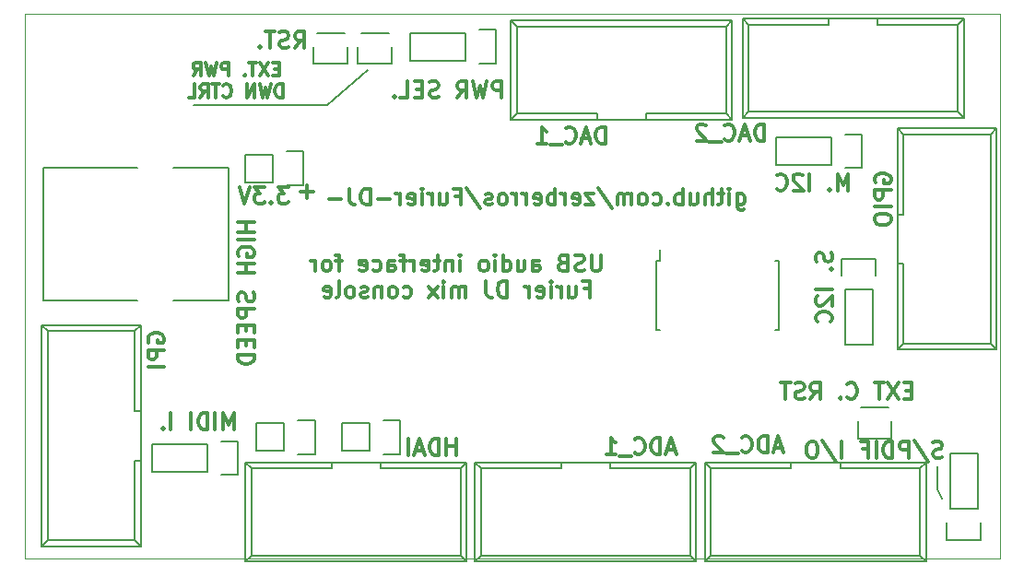
<source format=gbo>
G04 #@! TF.FileFunction,Legend,Bot*
%FSLAX46Y46*%
G04 Gerber Fmt 4.6, Leading zero omitted, Abs format (unit mm)*
G04 Created by KiCad (PCBNEW 4.0.2-stable) date vie 27 may 2016 00:51:31 CEST*
%MOMM*%
G01*
G04 APERTURE LIST*
%ADD10C,0.100000*%
%ADD11C,0.300000*%
%ADD12C,0.200000*%
%ADD13C,0.150000*%
G04 APERTURE END LIST*
D10*
D11*
X161938571Y-93976071D02*
X161938571Y-95190357D01*
X162010000Y-95333214D01*
X162081428Y-95404643D01*
X162224285Y-95476071D01*
X162438571Y-95476071D01*
X162581428Y-95404643D01*
X161938571Y-94904643D02*
X162081428Y-94976071D01*
X162367142Y-94976071D01*
X162510000Y-94904643D01*
X162581428Y-94833214D01*
X162652857Y-94690357D01*
X162652857Y-94261786D01*
X162581428Y-94118929D01*
X162510000Y-94047500D01*
X162367142Y-93976071D01*
X162081428Y-93976071D01*
X161938571Y-94047500D01*
X161224285Y-94976071D02*
X161224285Y-93976071D01*
X161224285Y-93476071D02*
X161295714Y-93547500D01*
X161224285Y-93618929D01*
X161152857Y-93547500D01*
X161224285Y-93476071D01*
X161224285Y-93618929D01*
X160724285Y-93976071D02*
X160152856Y-93976071D01*
X160509999Y-93476071D02*
X160509999Y-94761786D01*
X160438571Y-94904643D01*
X160295713Y-94976071D01*
X160152856Y-94976071D01*
X159652856Y-94976071D02*
X159652856Y-93476071D01*
X159009999Y-94976071D02*
X159009999Y-94190357D01*
X159081428Y-94047500D01*
X159224285Y-93976071D01*
X159438570Y-93976071D01*
X159581428Y-94047500D01*
X159652856Y-94118929D01*
X157652856Y-93976071D02*
X157652856Y-94976071D01*
X158295713Y-93976071D02*
X158295713Y-94761786D01*
X158224285Y-94904643D01*
X158081427Y-94976071D01*
X157867142Y-94976071D01*
X157724285Y-94904643D01*
X157652856Y-94833214D01*
X156938570Y-94976071D02*
X156938570Y-93476071D01*
X156938570Y-94047500D02*
X156795713Y-93976071D01*
X156509999Y-93976071D01*
X156367142Y-94047500D01*
X156295713Y-94118929D01*
X156224284Y-94261786D01*
X156224284Y-94690357D01*
X156295713Y-94833214D01*
X156367142Y-94904643D01*
X156509999Y-94976071D01*
X156795713Y-94976071D01*
X156938570Y-94904643D01*
X155581427Y-94833214D02*
X155509999Y-94904643D01*
X155581427Y-94976071D01*
X155652856Y-94904643D01*
X155581427Y-94833214D01*
X155581427Y-94976071D01*
X154224284Y-94904643D02*
X154367141Y-94976071D01*
X154652855Y-94976071D01*
X154795713Y-94904643D01*
X154867141Y-94833214D01*
X154938570Y-94690357D01*
X154938570Y-94261786D01*
X154867141Y-94118929D01*
X154795713Y-94047500D01*
X154652855Y-93976071D01*
X154367141Y-93976071D01*
X154224284Y-94047500D01*
X153367141Y-94976071D02*
X153509999Y-94904643D01*
X153581427Y-94833214D01*
X153652856Y-94690357D01*
X153652856Y-94261786D01*
X153581427Y-94118929D01*
X153509999Y-94047500D01*
X153367141Y-93976071D01*
X153152856Y-93976071D01*
X153009999Y-94047500D01*
X152938570Y-94118929D01*
X152867141Y-94261786D01*
X152867141Y-94690357D01*
X152938570Y-94833214D01*
X153009999Y-94904643D01*
X153152856Y-94976071D01*
X153367141Y-94976071D01*
X152224284Y-94976071D02*
X152224284Y-93976071D01*
X152224284Y-94118929D02*
X152152856Y-94047500D01*
X152009998Y-93976071D01*
X151795713Y-93976071D01*
X151652856Y-94047500D01*
X151581427Y-94190357D01*
X151581427Y-94976071D01*
X151581427Y-94190357D02*
X151509998Y-94047500D01*
X151367141Y-93976071D01*
X151152856Y-93976071D01*
X151009998Y-94047500D01*
X150938570Y-94190357D01*
X150938570Y-94976071D01*
X149152856Y-93404643D02*
X150438570Y-95333214D01*
X148795712Y-93976071D02*
X148009998Y-93976071D01*
X148795712Y-94976071D01*
X148009998Y-94976071D01*
X146867141Y-94904643D02*
X147009998Y-94976071D01*
X147295712Y-94976071D01*
X147438569Y-94904643D01*
X147509998Y-94761786D01*
X147509998Y-94190357D01*
X147438569Y-94047500D01*
X147295712Y-93976071D01*
X147009998Y-93976071D01*
X146867141Y-94047500D01*
X146795712Y-94190357D01*
X146795712Y-94333214D01*
X147509998Y-94476071D01*
X146152855Y-94976071D02*
X146152855Y-93976071D01*
X146152855Y-94261786D02*
X146081427Y-94118929D01*
X146009998Y-94047500D01*
X145867141Y-93976071D01*
X145724284Y-93976071D01*
X145224284Y-94976071D02*
X145224284Y-93476071D01*
X145224284Y-94047500D02*
X145081427Y-93976071D01*
X144795713Y-93976071D01*
X144652856Y-94047500D01*
X144581427Y-94118929D01*
X144509998Y-94261786D01*
X144509998Y-94690357D01*
X144581427Y-94833214D01*
X144652856Y-94904643D01*
X144795713Y-94976071D01*
X145081427Y-94976071D01*
X145224284Y-94904643D01*
X143295713Y-94904643D02*
X143438570Y-94976071D01*
X143724284Y-94976071D01*
X143867141Y-94904643D01*
X143938570Y-94761786D01*
X143938570Y-94190357D01*
X143867141Y-94047500D01*
X143724284Y-93976071D01*
X143438570Y-93976071D01*
X143295713Y-94047500D01*
X143224284Y-94190357D01*
X143224284Y-94333214D01*
X143938570Y-94476071D01*
X142581427Y-94976071D02*
X142581427Y-93976071D01*
X142581427Y-94261786D02*
X142509999Y-94118929D01*
X142438570Y-94047500D01*
X142295713Y-93976071D01*
X142152856Y-93976071D01*
X141652856Y-94976071D02*
X141652856Y-93976071D01*
X141652856Y-94261786D02*
X141581428Y-94118929D01*
X141509999Y-94047500D01*
X141367142Y-93976071D01*
X141224285Y-93976071D01*
X140509999Y-94976071D02*
X140652857Y-94904643D01*
X140724285Y-94833214D01*
X140795714Y-94690357D01*
X140795714Y-94261786D01*
X140724285Y-94118929D01*
X140652857Y-94047500D01*
X140509999Y-93976071D01*
X140295714Y-93976071D01*
X140152857Y-94047500D01*
X140081428Y-94118929D01*
X140009999Y-94261786D01*
X140009999Y-94690357D01*
X140081428Y-94833214D01*
X140152857Y-94904643D01*
X140295714Y-94976071D01*
X140509999Y-94976071D01*
X139438571Y-94904643D02*
X139295714Y-94976071D01*
X139009999Y-94976071D01*
X138867142Y-94904643D01*
X138795714Y-94761786D01*
X138795714Y-94690357D01*
X138867142Y-94547500D01*
X139009999Y-94476071D01*
X139224285Y-94476071D01*
X139367142Y-94404643D01*
X139438571Y-94261786D01*
X139438571Y-94190357D01*
X139367142Y-94047500D01*
X139224285Y-93976071D01*
X139009999Y-93976071D01*
X138867142Y-94047500D01*
X137081428Y-93404643D02*
X138367142Y-95333214D01*
X136081427Y-94190357D02*
X136581427Y-94190357D01*
X136581427Y-94976071D02*
X136581427Y-93476071D01*
X135867141Y-93476071D01*
X134652856Y-93976071D02*
X134652856Y-94976071D01*
X135295713Y-93976071D02*
X135295713Y-94761786D01*
X135224285Y-94904643D01*
X135081427Y-94976071D01*
X134867142Y-94976071D01*
X134724285Y-94904643D01*
X134652856Y-94833214D01*
X133938570Y-94976071D02*
X133938570Y-93976071D01*
X133938570Y-94261786D02*
X133867142Y-94118929D01*
X133795713Y-94047500D01*
X133652856Y-93976071D01*
X133509999Y-93976071D01*
X133009999Y-94976071D02*
X133009999Y-93976071D01*
X133009999Y-93476071D02*
X133081428Y-93547500D01*
X133009999Y-93618929D01*
X132938571Y-93547500D01*
X133009999Y-93476071D01*
X133009999Y-93618929D01*
X131724285Y-94904643D02*
X131867142Y-94976071D01*
X132152856Y-94976071D01*
X132295713Y-94904643D01*
X132367142Y-94761786D01*
X132367142Y-94190357D01*
X132295713Y-94047500D01*
X132152856Y-93976071D01*
X131867142Y-93976071D01*
X131724285Y-94047500D01*
X131652856Y-94190357D01*
X131652856Y-94333214D01*
X132367142Y-94476071D01*
X131009999Y-94976071D02*
X131009999Y-93976071D01*
X131009999Y-94261786D02*
X130938571Y-94118929D01*
X130867142Y-94047500D01*
X130724285Y-93976071D01*
X130581428Y-93976071D01*
X130081428Y-94404643D02*
X128938571Y-94404643D01*
X128224285Y-94976071D02*
X128224285Y-93476071D01*
X127867142Y-93476071D01*
X127652857Y-93547500D01*
X127509999Y-93690357D01*
X127438571Y-93833214D01*
X127367142Y-94118929D01*
X127367142Y-94333214D01*
X127438571Y-94618929D01*
X127509999Y-94761786D01*
X127652857Y-94904643D01*
X127867142Y-94976071D01*
X128224285Y-94976071D01*
X126295714Y-93476071D02*
X126295714Y-94547500D01*
X126367142Y-94761786D01*
X126509999Y-94904643D01*
X126724285Y-94976071D01*
X126867142Y-94976071D01*
X125581428Y-94404643D02*
X124438571Y-94404643D01*
X149421785Y-99578571D02*
X149421785Y-100792857D01*
X149350357Y-100935714D01*
X149278928Y-101007143D01*
X149136071Y-101078571D01*
X148850357Y-101078571D01*
X148707499Y-101007143D01*
X148636071Y-100935714D01*
X148564642Y-100792857D01*
X148564642Y-99578571D01*
X147921785Y-101007143D02*
X147707499Y-101078571D01*
X147350356Y-101078571D01*
X147207499Y-101007143D01*
X147136070Y-100935714D01*
X147064642Y-100792857D01*
X147064642Y-100650000D01*
X147136070Y-100507143D01*
X147207499Y-100435714D01*
X147350356Y-100364286D01*
X147636070Y-100292857D01*
X147778928Y-100221429D01*
X147850356Y-100150000D01*
X147921785Y-100007143D01*
X147921785Y-99864286D01*
X147850356Y-99721429D01*
X147778928Y-99650000D01*
X147636070Y-99578571D01*
X147278928Y-99578571D01*
X147064642Y-99650000D01*
X145921785Y-100292857D02*
X145707499Y-100364286D01*
X145636071Y-100435714D01*
X145564642Y-100578571D01*
X145564642Y-100792857D01*
X145636071Y-100935714D01*
X145707499Y-101007143D01*
X145850357Y-101078571D01*
X146421785Y-101078571D01*
X146421785Y-99578571D01*
X145921785Y-99578571D01*
X145778928Y-99650000D01*
X145707499Y-99721429D01*
X145636071Y-99864286D01*
X145636071Y-100007143D01*
X145707499Y-100150000D01*
X145778928Y-100221429D01*
X145921785Y-100292857D01*
X146421785Y-100292857D01*
X143136071Y-101078571D02*
X143136071Y-100292857D01*
X143207500Y-100150000D01*
X143350357Y-100078571D01*
X143636071Y-100078571D01*
X143778928Y-100150000D01*
X143136071Y-101007143D02*
X143278928Y-101078571D01*
X143636071Y-101078571D01*
X143778928Y-101007143D01*
X143850357Y-100864286D01*
X143850357Y-100721429D01*
X143778928Y-100578571D01*
X143636071Y-100507143D01*
X143278928Y-100507143D01*
X143136071Y-100435714D01*
X141778928Y-100078571D02*
X141778928Y-101078571D01*
X142421785Y-100078571D02*
X142421785Y-100864286D01*
X142350357Y-101007143D01*
X142207499Y-101078571D01*
X141993214Y-101078571D01*
X141850357Y-101007143D01*
X141778928Y-100935714D01*
X140421785Y-101078571D02*
X140421785Y-99578571D01*
X140421785Y-101007143D02*
X140564642Y-101078571D01*
X140850356Y-101078571D01*
X140993214Y-101007143D01*
X141064642Y-100935714D01*
X141136071Y-100792857D01*
X141136071Y-100364286D01*
X141064642Y-100221429D01*
X140993214Y-100150000D01*
X140850356Y-100078571D01*
X140564642Y-100078571D01*
X140421785Y-100150000D01*
X139707499Y-101078571D02*
X139707499Y-100078571D01*
X139707499Y-99578571D02*
X139778928Y-99650000D01*
X139707499Y-99721429D01*
X139636071Y-99650000D01*
X139707499Y-99578571D01*
X139707499Y-99721429D01*
X138778927Y-101078571D02*
X138921785Y-101007143D01*
X138993213Y-100935714D01*
X139064642Y-100792857D01*
X139064642Y-100364286D01*
X138993213Y-100221429D01*
X138921785Y-100150000D01*
X138778927Y-100078571D01*
X138564642Y-100078571D01*
X138421785Y-100150000D01*
X138350356Y-100221429D01*
X138278927Y-100364286D01*
X138278927Y-100792857D01*
X138350356Y-100935714D01*
X138421785Y-101007143D01*
X138564642Y-101078571D01*
X138778927Y-101078571D01*
X136493213Y-101078571D02*
X136493213Y-100078571D01*
X136493213Y-99578571D02*
X136564642Y-99650000D01*
X136493213Y-99721429D01*
X136421785Y-99650000D01*
X136493213Y-99578571D01*
X136493213Y-99721429D01*
X135778927Y-100078571D02*
X135778927Y-101078571D01*
X135778927Y-100221429D02*
X135707499Y-100150000D01*
X135564641Y-100078571D01*
X135350356Y-100078571D01*
X135207499Y-100150000D01*
X135136070Y-100292857D01*
X135136070Y-101078571D01*
X134636070Y-100078571D02*
X134064641Y-100078571D01*
X134421784Y-99578571D02*
X134421784Y-100864286D01*
X134350356Y-101007143D01*
X134207498Y-101078571D01*
X134064641Y-101078571D01*
X132993213Y-101007143D02*
X133136070Y-101078571D01*
X133421784Y-101078571D01*
X133564641Y-101007143D01*
X133636070Y-100864286D01*
X133636070Y-100292857D01*
X133564641Y-100150000D01*
X133421784Y-100078571D01*
X133136070Y-100078571D01*
X132993213Y-100150000D01*
X132921784Y-100292857D01*
X132921784Y-100435714D01*
X133636070Y-100578571D01*
X132278927Y-101078571D02*
X132278927Y-100078571D01*
X132278927Y-100364286D02*
X132207499Y-100221429D01*
X132136070Y-100150000D01*
X131993213Y-100078571D01*
X131850356Y-100078571D01*
X131564642Y-100078571D02*
X130993213Y-100078571D01*
X131350356Y-101078571D02*
X131350356Y-99792857D01*
X131278928Y-99650000D01*
X131136070Y-99578571D01*
X130993213Y-99578571D01*
X129850356Y-101078571D02*
X129850356Y-100292857D01*
X129921785Y-100150000D01*
X130064642Y-100078571D01*
X130350356Y-100078571D01*
X130493213Y-100150000D01*
X129850356Y-101007143D02*
X129993213Y-101078571D01*
X130350356Y-101078571D01*
X130493213Y-101007143D01*
X130564642Y-100864286D01*
X130564642Y-100721429D01*
X130493213Y-100578571D01*
X130350356Y-100507143D01*
X129993213Y-100507143D01*
X129850356Y-100435714D01*
X128493213Y-101007143D02*
X128636070Y-101078571D01*
X128921784Y-101078571D01*
X129064642Y-101007143D01*
X129136070Y-100935714D01*
X129207499Y-100792857D01*
X129207499Y-100364286D01*
X129136070Y-100221429D01*
X129064642Y-100150000D01*
X128921784Y-100078571D01*
X128636070Y-100078571D01*
X128493213Y-100150000D01*
X127278928Y-101007143D02*
X127421785Y-101078571D01*
X127707499Y-101078571D01*
X127850356Y-101007143D01*
X127921785Y-100864286D01*
X127921785Y-100292857D01*
X127850356Y-100150000D01*
X127707499Y-100078571D01*
X127421785Y-100078571D01*
X127278928Y-100150000D01*
X127207499Y-100292857D01*
X127207499Y-100435714D01*
X127921785Y-100578571D01*
X125636071Y-100078571D02*
X125064642Y-100078571D01*
X125421785Y-101078571D02*
X125421785Y-99792857D01*
X125350357Y-99650000D01*
X125207499Y-99578571D01*
X125064642Y-99578571D01*
X124350356Y-101078571D02*
X124493214Y-101007143D01*
X124564642Y-100935714D01*
X124636071Y-100792857D01*
X124636071Y-100364286D01*
X124564642Y-100221429D01*
X124493214Y-100150000D01*
X124350356Y-100078571D01*
X124136071Y-100078571D01*
X123993214Y-100150000D01*
X123921785Y-100221429D01*
X123850356Y-100364286D01*
X123850356Y-100792857D01*
X123921785Y-100935714D01*
X123993214Y-101007143D01*
X124136071Y-101078571D01*
X124350356Y-101078571D01*
X123207499Y-101078571D02*
X123207499Y-100078571D01*
X123207499Y-100364286D02*
X123136071Y-100221429D01*
X123064642Y-100150000D01*
X122921785Y-100078571D01*
X122778928Y-100078571D01*
X147921785Y-102692857D02*
X148421785Y-102692857D01*
X148421785Y-103478571D02*
X148421785Y-101978571D01*
X147707499Y-101978571D01*
X146493214Y-102478571D02*
X146493214Y-103478571D01*
X147136071Y-102478571D02*
X147136071Y-103264286D01*
X147064643Y-103407143D01*
X146921785Y-103478571D01*
X146707500Y-103478571D01*
X146564643Y-103407143D01*
X146493214Y-103335714D01*
X145778928Y-103478571D02*
X145778928Y-102478571D01*
X145778928Y-102764286D02*
X145707500Y-102621429D01*
X145636071Y-102550000D01*
X145493214Y-102478571D01*
X145350357Y-102478571D01*
X144850357Y-103478571D02*
X144850357Y-102478571D01*
X144850357Y-101978571D02*
X144921786Y-102050000D01*
X144850357Y-102121429D01*
X144778929Y-102050000D01*
X144850357Y-101978571D01*
X144850357Y-102121429D01*
X143564643Y-103407143D02*
X143707500Y-103478571D01*
X143993214Y-103478571D01*
X144136071Y-103407143D01*
X144207500Y-103264286D01*
X144207500Y-102692857D01*
X144136071Y-102550000D01*
X143993214Y-102478571D01*
X143707500Y-102478571D01*
X143564643Y-102550000D01*
X143493214Y-102692857D01*
X143493214Y-102835714D01*
X144207500Y-102978571D01*
X142850357Y-103478571D02*
X142850357Y-102478571D01*
X142850357Y-102764286D02*
X142778929Y-102621429D01*
X142707500Y-102550000D01*
X142564643Y-102478571D01*
X142421786Y-102478571D01*
X140778929Y-103478571D02*
X140778929Y-101978571D01*
X140421786Y-101978571D01*
X140207501Y-102050000D01*
X140064643Y-102192857D01*
X139993215Y-102335714D01*
X139921786Y-102621429D01*
X139921786Y-102835714D01*
X139993215Y-103121429D01*
X140064643Y-103264286D01*
X140207501Y-103407143D01*
X140421786Y-103478571D01*
X140778929Y-103478571D01*
X138850358Y-101978571D02*
X138850358Y-103050000D01*
X138921786Y-103264286D01*
X139064643Y-103407143D01*
X139278929Y-103478571D01*
X139421786Y-103478571D01*
X136993215Y-103478571D02*
X136993215Y-102478571D01*
X136993215Y-102621429D02*
X136921787Y-102550000D01*
X136778929Y-102478571D01*
X136564644Y-102478571D01*
X136421787Y-102550000D01*
X136350358Y-102692857D01*
X136350358Y-103478571D01*
X136350358Y-102692857D02*
X136278929Y-102550000D01*
X136136072Y-102478571D01*
X135921787Y-102478571D01*
X135778929Y-102550000D01*
X135707501Y-102692857D01*
X135707501Y-103478571D01*
X134993215Y-103478571D02*
X134993215Y-102478571D01*
X134993215Y-101978571D02*
X135064644Y-102050000D01*
X134993215Y-102121429D01*
X134921787Y-102050000D01*
X134993215Y-101978571D01*
X134993215Y-102121429D01*
X134421786Y-103478571D02*
X133636072Y-102478571D01*
X134421786Y-102478571D02*
X133636072Y-103478571D01*
X131278929Y-103407143D02*
X131421786Y-103478571D01*
X131707500Y-103478571D01*
X131850358Y-103407143D01*
X131921786Y-103335714D01*
X131993215Y-103192857D01*
X131993215Y-102764286D01*
X131921786Y-102621429D01*
X131850358Y-102550000D01*
X131707500Y-102478571D01*
X131421786Y-102478571D01*
X131278929Y-102550000D01*
X130421786Y-103478571D02*
X130564644Y-103407143D01*
X130636072Y-103335714D01*
X130707501Y-103192857D01*
X130707501Y-102764286D01*
X130636072Y-102621429D01*
X130564644Y-102550000D01*
X130421786Y-102478571D01*
X130207501Y-102478571D01*
X130064644Y-102550000D01*
X129993215Y-102621429D01*
X129921786Y-102764286D01*
X129921786Y-103192857D01*
X129993215Y-103335714D01*
X130064644Y-103407143D01*
X130207501Y-103478571D01*
X130421786Y-103478571D01*
X129278929Y-102478571D02*
X129278929Y-103478571D01*
X129278929Y-102621429D02*
X129207501Y-102550000D01*
X129064643Y-102478571D01*
X128850358Y-102478571D01*
X128707501Y-102550000D01*
X128636072Y-102692857D01*
X128636072Y-103478571D01*
X127993215Y-103407143D02*
X127850358Y-103478571D01*
X127564643Y-103478571D01*
X127421786Y-103407143D01*
X127350358Y-103264286D01*
X127350358Y-103192857D01*
X127421786Y-103050000D01*
X127564643Y-102978571D01*
X127778929Y-102978571D01*
X127921786Y-102907143D01*
X127993215Y-102764286D01*
X127993215Y-102692857D01*
X127921786Y-102550000D01*
X127778929Y-102478571D01*
X127564643Y-102478571D01*
X127421786Y-102550000D01*
X126493214Y-103478571D02*
X126636072Y-103407143D01*
X126707500Y-103335714D01*
X126778929Y-103192857D01*
X126778929Y-102764286D01*
X126707500Y-102621429D01*
X126636072Y-102550000D01*
X126493214Y-102478571D01*
X126278929Y-102478571D01*
X126136072Y-102550000D01*
X126064643Y-102621429D01*
X125993214Y-102764286D01*
X125993214Y-103192857D01*
X126064643Y-103335714D01*
X126136072Y-103407143D01*
X126278929Y-103478571D01*
X126493214Y-103478571D01*
X125136071Y-103478571D02*
X125278929Y-103407143D01*
X125350357Y-103264286D01*
X125350357Y-101978571D01*
X123993215Y-103407143D02*
X124136072Y-103478571D01*
X124421786Y-103478571D01*
X124564643Y-103407143D01*
X124636072Y-103264286D01*
X124636072Y-102692857D01*
X124564643Y-102550000D01*
X124421786Y-102478571D01*
X124136072Y-102478571D01*
X123993215Y-102550000D01*
X123921786Y-102692857D01*
X123921786Y-102835714D01*
X124636072Y-102978571D01*
X107898500Y-107616714D02*
X107827071Y-107473857D01*
X107827071Y-107259571D01*
X107898500Y-107045286D01*
X108041357Y-106902428D01*
X108184214Y-106831000D01*
X108469929Y-106759571D01*
X108684214Y-106759571D01*
X108969929Y-106831000D01*
X109112786Y-106902428D01*
X109255643Y-107045286D01*
X109327071Y-107259571D01*
X109327071Y-107402428D01*
X109255643Y-107616714D01*
X109184214Y-107688143D01*
X108684214Y-107688143D01*
X108684214Y-107402428D01*
X109327071Y-108331000D02*
X107827071Y-108331000D01*
X107827071Y-108902428D01*
X107898500Y-109045286D01*
X107969929Y-109116714D01*
X108112786Y-109188143D01*
X108327071Y-109188143D01*
X108469929Y-109116714D01*
X108541357Y-109045286D01*
X108612786Y-108902428D01*
X108612786Y-108331000D01*
X109327071Y-109831000D02*
X107827071Y-109831000D01*
X117582071Y-96596214D02*
X116082071Y-96596214D01*
X116796357Y-96596214D02*
X116796357Y-97453357D01*
X117582071Y-97453357D02*
X116082071Y-97453357D01*
X117582071Y-98167643D02*
X116082071Y-98167643D01*
X116153500Y-99667643D02*
X116082071Y-99524786D01*
X116082071Y-99310500D01*
X116153500Y-99096215D01*
X116296357Y-98953357D01*
X116439214Y-98881929D01*
X116724929Y-98810500D01*
X116939214Y-98810500D01*
X117224929Y-98881929D01*
X117367786Y-98953357D01*
X117510643Y-99096215D01*
X117582071Y-99310500D01*
X117582071Y-99453357D01*
X117510643Y-99667643D01*
X117439214Y-99739072D01*
X116939214Y-99739072D01*
X116939214Y-99453357D01*
X117582071Y-100381929D02*
X116082071Y-100381929D01*
X116796357Y-100381929D02*
X116796357Y-101239072D01*
X117582071Y-101239072D02*
X116082071Y-101239072D01*
X117510643Y-103024786D02*
X117582071Y-103239072D01*
X117582071Y-103596215D01*
X117510643Y-103739072D01*
X117439214Y-103810501D01*
X117296357Y-103881929D01*
X117153500Y-103881929D01*
X117010643Y-103810501D01*
X116939214Y-103739072D01*
X116867786Y-103596215D01*
X116796357Y-103310501D01*
X116724929Y-103167643D01*
X116653500Y-103096215D01*
X116510643Y-103024786D01*
X116367786Y-103024786D01*
X116224929Y-103096215D01*
X116153500Y-103167643D01*
X116082071Y-103310501D01*
X116082071Y-103667643D01*
X116153500Y-103881929D01*
X117582071Y-104524786D02*
X116082071Y-104524786D01*
X116082071Y-105096214D01*
X116153500Y-105239072D01*
X116224929Y-105310500D01*
X116367786Y-105381929D01*
X116582071Y-105381929D01*
X116724929Y-105310500D01*
X116796357Y-105239072D01*
X116867786Y-105096214D01*
X116867786Y-104524786D01*
X116796357Y-106024786D02*
X116796357Y-106524786D01*
X117582071Y-106739072D02*
X117582071Y-106024786D01*
X116082071Y-106024786D01*
X116082071Y-106739072D01*
X116796357Y-107381929D02*
X116796357Y-107881929D01*
X117582071Y-108096215D02*
X117582071Y-107381929D01*
X116082071Y-107381929D01*
X116082071Y-108096215D01*
X117582071Y-108739072D02*
X116082071Y-108739072D01*
X116082071Y-109096215D01*
X116153500Y-109310500D01*
X116296357Y-109453358D01*
X116439214Y-109524786D01*
X116724929Y-109596215D01*
X116939214Y-109596215D01*
X117224929Y-109524786D01*
X117367786Y-109453358D01*
X117510643Y-109310500D01*
X117582071Y-109096215D01*
X117582071Y-108739072D01*
X156241357Y-117471000D02*
X155527071Y-117471000D01*
X156384214Y-117899571D02*
X155884214Y-116399571D01*
X155384214Y-117899571D01*
X154884214Y-117899571D02*
X154884214Y-116399571D01*
X154527071Y-116399571D01*
X154312786Y-116471000D01*
X154169928Y-116613857D01*
X154098500Y-116756714D01*
X154027071Y-117042429D01*
X154027071Y-117256714D01*
X154098500Y-117542429D01*
X154169928Y-117685286D01*
X154312786Y-117828143D01*
X154527071Y-117899571D01*
X154884214Y-117899571D01*
X152527071Y-117756714D02*
X152598500Y-117828143D01*
X152812786Y-117899571D01*
X152955643Y-117899571D01*
X153169928Y-117828143D01*
X153312786Y-117685286D01*
X153384214Y-117542429D01*
X153455643Y-117256714D01*
X153455643Y-117042429D01*
X153384214Y-116756714D01*
X153312786Y-116613857D01*
X153169928Y-116471000D01*
X152955643Y-116399571D01*
X152812786Y-116399571D01*
X152598500Y-116471000D01*
X152527071Y-116542429D01*
X152241357Y-118042429D02*
X151098500Y-118042429D01*
X149955643Y-117899571D02*
X150812786Y-117899571D01*
X150384214Y-117899571D02*
X150384214Y-116399571D01*
X150527071Y-116613857D01*
X150669929Y-116756714D01*
X150812786Y-116828143D01*
X166083857Y-117280500D02*
X165369571Y-117280500D01*
X166226714Y-117709071D02*
X165726714Y-116209071D01*
X165226714Y-117709071D01*
X164726714Y-117709071D02*
X164726714Y-116209071D01*
X164369571Y-116209071D01*
X164155286Y-116280500D01*
X164012428Y-116423357D01*
X163941000Y-116566214D01*
X163869571Y-116851929D01*
X163869571Y-117066214D01*
X163941000Y-117351929D01*
X164012428Y-117494786D01*
X164155286Y-117637643D01*
X164369571Y-117709071D01*
X164726714Y-117709071D01*
X162369571Y-117566214D02*
X162441000Y-117637643D01*
X162655286Y-117709071D01*
X162798143Y-117709071D01*
X163012428Y-117637643D01*
X163155286Y-117494786D01*
X163226714Y-117351929D01*
X163298143Y-117066214D01*
X163298143Y-116851929D01*
X163226714Y-116566214D01*
X163155286Y-116423357D01*
X163012428Y-116280500D01*
X162798143Y-116209071D01*
X162655286Y-116209071D01*
X162441000Y-116280500D01*
X162369571Y-116351929D01*
X162083857Y-117851929D02*
X160941000Y-117851929D01*
X160655286Y-116351929D02*
X160583857Y-116280500D01*
X160441000Y-116209071D01*
X160083857Y-116209071D01*
X159941000Y-116280500D01*
X159869571Y-116351929D01*
X159798143Y-116494786D01*
X159798143Y-116637643D01*
X159869571Y-116851929D01*
X160726714Y-117709071D01*
X159798143Y-117709071D01*
D12*
X180340000Y-121094500D02*
X180721000Y-121983500D01*
X180340000Y-118999000D02*
X180340000Y-121094500D01*
D11*
X180775786Y-118145643D02*
X180561500Y-118217071D01*
X180204357Y-118217071D01*
X180061500Y-118145643D01*
X179990071Y-118074214D01*
X179918643Y-117931357D01*
X179918643Y-117788500D01*
X179990071Y-117645643D01*
X180061500Y-117574214D01*
X180204357Y-117502786D01*
X180490071Y-117431357D01*
X180632929Y-117359929D01*
X180704357Y-117288500D01*
X180775786Y-117145643D01*
X180775786Y-117002786D01*
X180704357Y-116859929D01*
X180632929Y-116788500D01*
X180490071Y-116717071D01*
X180132929Y-116717071D01*
X179918643Y-116788500D01*
X178204358Y-116645643D02*
X179490072Y-118574214D01*
X177704357Y-118217071D02*
X177704357Y-116717071D01*
X177132929Y-116717071D01*
X176990071Y-116788500D01*
X176918643Y-116859929D01*
X176847214Y-117002786D01*
X176847214Y-117217071D01*
X176918643Y-117359929D01*
X176990071Y-117431357D01*
X177132929Y-117502786D01*
X177704357Y-117502786D01*
X176204357Y-118217071D02*
X176204357Y-116717071D01*
X175847214Y-116717071D01*
X175632929Y-116788500D01*
X175490071Y-116931357D01*
X175418643Y-117074214D01*
X175347214Y-117359929D01*
X175347214Y-117574214D01*
X175418643Y-117859929D01*
X175490071Y-118002786D01*
X175632929Y-118145643D01*
X175847214Y-118217071D01*
X176204357Y-118217071D01*
X174704357Y-118217071D02*
X174704357Y-116717071D01*
X173490071Y-117431357D02*
X173990071Y-117431357D01*
X173990071Y-118217071D02*
X173990071Y-116717071D01*
X173275785Y-116717071D01*
X171561500Y-118217071D02*
X171561500Y-116717071D01*
X169775786Y-116645643D02*
X171061500Y-118574214D01*
X168990071Y-116717071D02*
X168704357Y-116717071D01*
X168561499Y-116788500D01*
X168418642Y-116931357D01*
X168347214Y-117217071D01*
X168347214Y-117717071D01*
X168418642Y-118002786D01*
X168561499Y-118145643D01*
X168704357Y-118217071D01*
X168990071Y-118217071D01*
X169132928Y-118145643D01*
X169275785Y-118002786D01*
X169347214Y-117717071D01*
X169347214Y-117217071D01*
X169275785Y-116931357D01*
X169132928Y-116788500D01*
X168990071Y-116717071D01*
X174637000Y-92924500D02*
X174565571Y-92781643D01*
X174565571Y-92567357D01*
X174637000Y-92353072D01*
X174779857Y-92210214D01*
X174922714Y-92138786D01*
X175208429Y-92067357D01*
X175422714Y-92067357D01*
X175708429Y-92138786D01*
X175851286Y-92210214D01*
X175994143Y-92353072D01*
X176065571Y-92567357D01*
X176065571Y-92710214D01*
X175994143Y-92924500D01*
X175922714Y-92995929D01*
X175422714Y-92995929D01*
X175422714Y-92710214D01*
X176065571Y-93638786D02*
X174565571Y-93638786D01*
X174565571Y-94210214D01*
X174637000Y-94353072D01*
X174708429Y-94424500D01*
X174851286Y-94495929D01*
X175065571Y-94495929D01*
X175208429Y-94424500D01*
X175279857Y-94353072D01*
X175351286Y-94210214D01*
X175351286Y-93638786D01*
X176065571Y-95138786D02*
X174565571Y-95138786D01*
X174565571Y-96138786D02*
X174565571Y-96424500D01*
X174637000Y-96567358D01*
X174779857Y-96710215D01*
X175065571Y-96781643D01*
X175565571Y-96781643D01*
X175851286Y-96710215D01*
X175994143Y-96567358D01*
X176065571Y-96424500D01*
X176065571Y-96138786D01*
X175994143Y-95995929D01*
X175851286Y-95853072D01*
X175565571Y-95781643D01*
X175065571Y-95781643D01*
X174779857Y-95853072D01*
X174637000Y-95995929D01*
X174565571Y-96138786D01*
X177977856Y-112033857D02*
X177477856Y-112033857D01*
X177263570Y-112819571D02*
X177977856Y-112819571D01*
X177977856Y-111319571D01*
X177263570Y-111319571D01*
X176763570Y-111319571D02*
X175763570Y-112819571D01*
X175763570Y-111319571D02*
X176763570Y-112819571D01*
X175406428Y-111319571D02*
X174549285Y-111319571D01*
X174977856Y-112819571D02*
X174977856Y-111319571D01*
X172049285Y-112676714D02*
X172120714Y-112748143D01*
X172335000Y-112819571D01*
X172477857Y-112819571D01*
X172692142Y-112748143D01*
X172835000Y-112605286D01*
X172906428Y-112462429D01*
X172977857Y-112176714D01*
X172977857Y-111962429D01*
X172906428Y-111676714D01*
X172835000Y-111533857D01*
X172692142Y-111391000D01*
X172477857Y-111319571D01*
X172335000Y-111319571D01*
X172120714Y-111391000D01*
X172049285Y-111462429D01*
X171406428Y-112676714D02*
X171335000Y-112748143D01*
X171406428Y-112819571D01*
X171477857Y-112748143D01*
X171406428Y-112676714D01*
X171406428Y-112819571D01*
X168692142Y-112819571D02*
X169192142Y-112105286D01*
X169549285Y-112819571D02*
X169549285Y-111319571D01*
X168977857Y-111319571D01*
X168834999Y-111391000D01*
X168763571Y-111462429D01*
X168692142Y-111605286D01*
X168692142Y-111819571D01*
X168763571Y-111962429D01*
X168834999Y-112033857D01*
X168977857Y-112105286D01*
X169549285Y-112105286D01*
X168120714Y-112748143D02*
X167906428Y-112819571D01*
X167549285Y-112819571D01*
X167406428Y-112748143D01*
X167334999Y-112676714D01*
X167263571Y-112533857D01*
X167263571Y-112391000D01*
X167334999Y-112248143D01*
X167406428Y-112176714D01*
X167549285Y-112105286D01*
X167834999Y-112033857D01*
X167977857Y-111962429D01*
X168049285Y-111891000D01*
X168120714Y-111748143D01*
X168120714Y-111605286D01*
X168049285Y-111462429D01*
X167977857Y-111391000D01*
X167834999Y-111319571D01*
X167477857Y-111319571D01*
X167263571Y-111391000D01*
X166835000Y-111319571D02*
X165977857Y-111319571D01*
X166406428Y-112819571D02*
X166406428Y-111319571D01*
X170596643Y-99373929D02*
X170668071Y-99588215D01*
X170668071Y-99945358D01*
X170596643Y-100088215D01*
X170525214Y-100159644D01*
X170382357Y-100231072D01*
X170239500Y-100231072D01*
X170096643Y-100159644D01*
X170025214Y-100088215D01*
X169953786Y-99945358D01*
X169882357Y-99659644D01*
X169810929Y-99516786D01*
X169739500Y-99445358D01*
X169596643Y-99373929D01*
X169453786Y-99373929D01*
X169310929Y-99445358D01*
X169239500Y-99516786D01*
X169168071Y-99659644D01*
X169168071Y-100016786D01*
X169239500Y-100231072D01*
X170525214Y-100873929D02*
X170596643Y-100945357D01*
X170668071Y-100873929D01*
X170596643Y-100802500D01*
X170525214Y-100873929D01*
X170668071Y-100873929D01*
X170668071Y-102731072D02*
X169168071Y-102731072D01*
X169310929Y-103373929D02*
X169239500Y-103445358D01*
X169168071Y-103588215D01*
X169168071Y-103945358D01*
X169239500Y-104088215D01*
X169310929Y-104159644D01*
X169453786Y-104231072D01*
X169596643Y-104231072D01*
X169810929Y-104159644D01*
X170668071Y-103302501D01*
X170668071Y-104231072D01*
X170525214Y-105731072D02*
X170596643Y-105659643D01*
X170668071Y-105445357D01*
X170668071Y-105302500D01*
X170596643Y-105088215D01*
X170453786Y-104945357D01*
X170310929Y-104873929D01*
X170025214Y-104802500D01*
X169810929Y-104802500D01*
X169525214Y-104873929D01*
X169382357Y-104945357D01*
X169239500Y-105088215D01*
X169168071Y-105302500D01*
X169168071Y-105445357D01*
X169239500Y-105659643D01*
X169310929Y-105731072D01*
X172160000Y-93642571D02*
X172160000Y-92142571D01*
X171660000Y-93214000D01*
X171160000Y-92142571D01*
X171160000Y-93642571D01*
X170445714Y-93499714D02*
X170374286Y-93571143D01*
X170445714Y-93642571D01*
X170517143Y-93571143D01*
X170445714Y-93499714D01*
X170445714Y-93642571D01*
X168588571Y-93642571D02*
X168588571Y-92142571D01*
X167945714Y-92285429D02*
X167874285Y-92214000D01*
X167731428Y-92142571D01*
X167374285Y-92142571D01*
X167231428Y-92214000D01*
X167159999Y-92285429D01*
X167088571Y-92428286D01*
X167088571Y-92571143D01*
X167159999Y-92785429D01*
X168017142Y-93642571D01*
X167088571Y-93642571D01*
X165588571Y-93499714D02*
X165660000Y-93571143D01*
X165874286Y-93642571D01*
X166017143Y-93642571D01*
X166231428Y-93571143D01*
X166374286Y-93428286D01*
X166445714Y-93285429D01*
X166517143Y-92999714D01*
X166517143Y-92785429D01*
X166445714Y-92499714D01*
X166374286Y-92356857D01*
X166231428Y-92214000D01*
X166017143Y-92142571D01*
X165874286Y-92142571D01*
X165660000Y-92214000D01*
X165588571Y-92285429D01*
X149819928Y-89324571D02*
X149819928Y-87824571D01*
X149462785Y-87824571D01*
X149248500Y-87896000D01*
X149105642Y-88038857D01*
X149034214Y-88181714D01*
X148962785Y-88467429D01*
X148962785Y-88681714D01*
X149034214Y-88967429D01*
X149105642Y-89110286D01*
X149248500Y-89253143D01*
X149462785Y-89324571D01*
X149819928Y-89324571D01*
X148391357Y-88896000D02*
X147677071Y-88896000D01*
X148534214Y-89324571D02*
X148034214Y-87824571D01*
X147534214Y-89324571D01*
X146177071Y-89181714D02*
X146248500Y-89253143D01*
X146462786Y-89324571D01*
X146605643Y-89324571D01*
X146819928Y-89253143D01*
X146962786Y-89110286D01*
X147034214Y-88967429D01*
X147105643Y-88681714D01*
X147105643Y-88467429D01*
X147034214Y-88181714D01*
X146962786Y-88038857D01*
X146819928Y-87896000D01*
X146605643Y-87824571D01*
X146462786Y-87824571D01*
X146248500Y-87896000D01*
X146177071Y-87967429D01*
X145891357Y-89467429D02*
X144748500Y-89467429D01*
X143605643Y-89324571D02*
X144462786Y-89324571D01*
X144034214Y-89324571D02*
X144034214Y-87824571D01*
X144177071Y-88038857D01*
X144319929Y-88181714D01*
X144462786Y-88253143D01*
X164424928Y-89070571D02*
X164424928Y-87570571D01*
X164067785Y-87570571D01*
X163853500Y-87642000D01*
X163710642Y-87784857D01*
X163639214Y-87927714D01*
X163567785Y-88213429D01*
X163567785Y-88427714D01*
X163639214Y-88713429D01*
X163710642Y-88856286D01*
X163853500Y-88999143D01*
X164067785Y-89070571D01*
X164424928Y-89070571D01*
X162996357Y-88642000D02*
X162282071Y-88642000D01*
X163139214Y-89070571D02*
X162639214Y-87570571D01*
X162139214Y-89070571D01*
X160782071Y-88927714D02*
X160853500Y-88999143D01*
X161067786Y-89070571D01*
X161210643Y-89070571D01*
X161424928Y-88999143D01*
X161567786Y-88856286D01*
X161639214Y-88713429D01*
X161710643Y-88427714D01*
X161710643Y-88213429D01*
X161639214Y-87927714D01*
X161567786Y-87784857D01*
X161424928Y-87642000D01*
X161210643Y-87570571D01*
X161067786Y-87570571D01*
X160853500Y-87642000D01*
X160782071Y-87713429D01*
X160496357Y-89213429D02*
X159353500Y-89213429D01*
X159067786Y-87713429D02*
X158996357Y-87642000D01*
X158853500Y-87570571D01*
X158496357Y-87570571D01*
X158353500Y-87642000D01*
X158282071Y-87713429D01*
X158210643Y-87856286D01*
X158210643Y-87999143D01*
X158282071Y-88213429D01*
X159139214Y-89070571D01*
X158210643Y-89070571D01*
D12*
X124269500Y-85788500D02*
X128016000Y-82613500D01*
X120396000Y-85788500D02*
X124269500Y-85788500D01*
X112014000Y-85852000D02*
X120396000Y-85788500D01*
D11*
X119865286Y-82490286D02*
X119465286Y-82490286D01*
X119293857Y-83118857D02*
X119865286Y-83118857D01*
X119865286Y-81918857D01*
X119293857Y-81918857D01*
X118893857Y-81918857D02*
X118093857Y-83118857D01*
X118093857Y-81918857D02*
X118893857Y-83118857D01*
X117808143Y-81918857D02*
X117122429Y-81918857D01*
X117465286Y-83118857D02*
X117465286Y-81918857D01*
X116722429Y-83004571D02*
X116665286Y-83061714D01*
X116722429Y-83118857D01*
X116779572Y-83061714D01*
X116722429Y-83004571D01*
X116722429Y-83118857D01*
X115236714Y-83118857D02*
X115236714Y-81918857D01*
X114779571Y-81918857D01*
X114665285Y-81976000D01*
X114608142Y-82033143D01*
X114550999Y-82147429D01*
X114550999Y-82318857D01*
X114608142Y-82433143D01*
X114665285Y-82490286D01*
X114779571Y-82547429D01*
X115236714Y-82547429D01*
X114150999Y-81918857D02*
X113865285Y-83118857D01*
X113636714Y-82261714D01*
X113408142Y-83118857D01*
X113122428Y-81918857D01*
X111979570Y-83118857D02*
X112379570Y-82547429D01*
X112665285Y-83118857D02*
X112665285Y-81918857D01*
X112208142Y-81918857D01*
X112093856Y-81976000D01*
X112036713Y-82033143D01*
X111979570Y-82147429D01*
X111979570Y-82318857D01*
X112036713Y-82433143D01*
X112093856Y-82490286D01*
X112208142Y-82547429D01*
X112665285Y-82547429D01*
X120179572Y-85098857D02*
X120179572Y-83898857D01*
X119893857Y-83898857D01*
X119722429Y-83956000D01*
X119608143Y-84070286D01*
X119551000Y-84184571D01*
X119493857Y-84413143D01*
X119493857Y-84584571D01*
X119551000Y-84813143D01*
X119608143Y-84927429D01*
X119722429Y-85041714D01*
X119893857Y-85098857D01*
X120179572Y-85098857D01*
X119093857Y-83898857D02*
X118808143Y-85098857D01*
X118579572Y-84241714D01*
X118351000Y-85098857D01*
X118065286Y-83898857D01*
X117608143Y-85098857D02*
X117608143Y-83898857D01*
X116922428Y-85098857D01*
X116922428Y-83898857D01*
X114750999Y-84984571D02*
X114808142Y-85041714D01*
X114979571Y-85098857D01*
X115093857Y-85098857D01*
X115265285Y-85041714D01*
X115379571Y-84927429D01*
X115436714Y-84813143D01*
X115493857Y-84584571D01*
X115493857Y-84413143D01*
X115436714Y-84184571D01*
X115379571Y-84070286D01*
X115265285Y-83956000D01*
X115093857Y-83898857D01*
X114979571Y-83898857D01*
X114808142Y-83956000D01*
X114750999Y-84013143D01*
X114408142Y-83898857D02*
X113722428Y-83898857D01*
X114065285Y-85098857D02*
X114065285Y-83898857D01*
X112636713Y-85098857D02*
X113036713Y-84527429D01*
X113322428Y-85098857D02*
X113322428Y-83898857D01*
X112865285Y-83898857D01*
X112750999Y-83956000D01*
X112693856Y-84013143D01*
X112636713Y-84127429D01*
X112636713Y-84298857D01*
X112693856Y-84413143D01*
X112750999Y-84470286D01*
X112865285Y-84527429D01*
X113322428Y-84527429D01*
X111550999Y-85098857D02*
X112122428Y-85098857D01*
X112122428Y-83898857D01*
X121320571Y-80561571D02*
X121820571Y-79847286D01*
X122177714Y-80561571D02*
X122177714Y-79061571D01*
X121606286Y-79061571D01*
X121463428Y-79133000D01*
X121392000Y-79204429D01*
X121320571Y-79347286D01*
X121320571Y-79561571D01*
X121392000Y-79704429D01*
X121463428Y-79775857D01*
X121606286Y-79847286D01*
X122177714Y-79847286D01*
X120749143Y-80490143D02*
X120534857Y-80561571D01*
X120177714Y-80561571D01*
X120034857Y-80490143D01*
X119963428Y-80418714D01*
X119892000Y-80275857D01*
X119892000Y-80133000D01*
X119963428Y-79990143D01*
X120034857Y-79918714D01*
X120177714Y-79847286D01*
X120463428Y-79775857D01*
X120606286Y-79704429D01*
X120677714Y-79633000D01*
X120749143Y-79490143D01*
X120749143Y-79347286D01*
X120677714Y-79204429D01*
X120606286Y-79133000D01*
X120463428Y-79061571D01*
X120106286Y-79061571D01*
X119892000Y-79133000D01*
X119463429Y-79061571D02*
X118606286Y-79061571D01*
X119034857Y-80561571D02*
X119034857Y-79061571D01*
X118106286Y-80418714D02*
X118034858Y-80490143D01*
X118106286Y-80561571D01*
X118177715Y-80490143D01*
X118106286Y-80418714D01*
X118106286Y-80561571D01*
X140310571Y-85133571D02*
X140310571Y-83633571D01*
X139739143Y-83633571D01*
X139596285Y-83705000D01*
X139524857Y-83776429D01*
X139453428Y-83919286D01*
X139453428Y-84133571D01*
X139524857Y-84276429D01*
X139596285Y-84347857D01*
X139739143Y-84419286D01*
X140310571Y-84419286D01*
X138953428Y-83633571D02*
X138596285Y-85133571D01*
X138310571Y-84062143D01*
X138024857Y-85133571D01*
X137667714Y-83633571D01*
X136239142Y-85133571D02*
X136739142Y-84419286D01*
X137096285Y-85133571D02*
X137096285Y-83633571D01*
X136524857Y-83633571D01*
X136381999Y-83705000D01*
X136310571Y-83776429D01*
X136239142Y-83919286D01*
X136239142Y-84133571D01*
X136310571Y-84276429D01*
X136381999Y-84347857D01*
X136524857Y-84419286D01*
X137096285Y-84419286D01*
X134524857Y-85062143D02*
X134310571Y-85133571D01*
X133953428Y-85133571D01*
X133810571Y-85062143D01*
X133739142Y-84990714D01*
X133667714Y-84847857D01*
X133667714Y-84705000D01*
X133739142Y-84562143D01*
X133810571Y-84490714D01*
X133953428Y-84419286D01*
X134239142Y-84347857D01*
X134382000Y-84276429D01*
X134453428Y-84205000D01*
X134524857Y-84062143D01*
X134524857Y-83919286D01*
X134453428Y-83776429D01*
X134382000Y-83705000D01*
X134239142Y-83633571D01*
X133882000Y-83633571D01*
X133667714Y-83705000D01*
X133024857Y-84347857D02*
X132524857Y-84347857D01*
X132310571Y-85133571D02*
X133024857Y-85133571D01*
X133024857Y-83633571D01*
X132310571Y-83633571D01*
X130953428Y-85133571D02*
X131667714Y-85133571D01*
X131667714Y-83633571D01*
X130453428Y-84990714D02*
X130382000Y-85062143D01*
X130453428Y-85133571D01*
X130524857Y-85062143D01*
X130453428Y-84990714D01*
X130453428Y-85133571D01*
X122999428Y-93769643D02*
X121856571Y-93769643D01*
X122428000Y-94341071D02*
X122428000Y-93198214D01*
X120705285Y-93349071D02*
X119776714Y-93349071D01*
X120276714Y-93920500D01*
X120062428Y-93920500D01*
X119919571Y-93991929D01*
X119848142Y-94063357D01*
X119776714Y-94206214D01*
X119776714Y-94563357D01*
X119848142Y-94706214D01*
X119919571Y-94777643D01*
X120062428Y-94849071D01*
X120491000Y-94849071D01*
X120633857Y-94777643D01*
X120705285Y-94706214D01*
X119133857Y-94706214D02*
X119062429Y-94777643D01*
X119133857Y-94849071D01*
X119205286Y-94777643D01*
X119133857Y-94706214D01*
X119133857Y-94849071D01*
X118562428Y-93349071D02*
X117633857Y-93349071D01*
X118133857Y-93920500D01*
X117919571Y-93920500D01*
X117776714Y-93991929D01*
X117705285Y-94063357D01*
X117633857Y-94206214D01*
X117633857Y-94563357D01*
X117705285Y-94706214D01*
X117776714Y-94777643D01*
X117919571Y-94849071D01*
X118348143Y-94849071D01*
X118491000Y-94777643D01*
X118562428Y-94706214D01*
X117205286Y-93349071D02*
X116705286Y-94849071D01*
X116205286Y-93349071D01*
X115708500Y-115613571D02*
X115708500Y-114113571D01*
X115208500Y-115185000D01*
X114708500Y-114113571D01*
X114708500Y-115613571D01*
X113994214Y-115613571D02*
X113994214Y-114113571D01*
X113279928Y-115613571D02*
X113279928Y-114113571D01*
X112922785Y-114113571D01*
X112708500Y-114185000D01*
X112565642Y-114327857D01*
X112494214Y-114470714D01*
X112422785Y-114756429D01*
X112422785Y-114970714D01*
X112494214Y-115256429D01*
X112565642Y-115399286D01*
X112708500Y-115542143D01*
X112922785Y-115613571D01*
X113279928Y-115613571D01*
X111779928Y-115613571D02*
X111779928Y-114113571D01*
X109922785Y-115613571D02*
X109922785Y-114113571D01*
X109208499Y-115470714D02*
X109137071Y-115542143D01*
X109208499Y-115613571D01*
X109279928Y-115542143D01*
X109208499Y-115470714D01*
X109208499Y-115613571D01*
X136100071Y-117963071D02*
X136100071Y-116463071D01*
X136100071Y-117177357D02*
X135242928Y-117177357D01*
X135242928Y-117963071D02*
X135242928Y-116463071D01*
X134528642Y-117963071D02*
X134528642Y-116463071D01*
X134171499Y-116463071D01*
X133957214Y-116534500D01*
X133814356Y-116677357D01*
X133742928Y-116820214D01*
X133671499Y-117105929D01*
X133671499Y-117320214D01*
X133742928Y-117605929D01*
X133814356Y-117748786D01*
X133957214Y-117891643D01*
X134171499Y-117963071D01*
X134528642Y-117963071D01*
X133100071Y-117534500D02*
X132385785Y-117534500D01*
X133242928Y-117963071D02*
X132742928Y-116463071D01*
X132242928Y-117963071D01*
X131742928Y-117963071D02*
X131742928Y-116463071D01*
D10*
X96520000Y-77470000D02*
X96520000Y-127508000D01*
X186055000Y-77470000D02*
X96520000Y-77470000D01*
X186055000Y-127508000D02*
X186055000Y-77470000D01*
X96520000Y-127508000D02*
X186055000Y-127508000D01*
D13*
X116776500Y-127740000D02*
X137096500Y-127740000D01*
X117316500Y-127190000D02*
X136536500Y-127190000D01*
X116776500Y-118640000D02*
X137096500Y-118640000D01*
X117316500Y-119190000D02*
X124686500Y-119190000D01*
X129186500Y-119190000D02*
X136536500Y-119190000D01*
X124686500Y-119190000D02*
X124686500Y-118640000D01*
X129186500Y-119190000D02*
X129186500Y-118640000D01*
X116776500Y-127740000D02*
X116776500Y-118640000D01*
X117316500Y-127190000D02*
X117316500Y-119190000D01*
X137096500Y-127740000D02*
X137096500Y-118640000D01*
X136536500Y-127190000D02*
X136536500Y-119190000D01*
X116776500Y-127740000D02*
X117316500Y-127190000D01*
X137096500Y-127740000D02*
X136536500Y-127190000D01*
X116776500Y-118640000D02*
X117316500Y-119190000D01*
X137096500Y-118640000D02*
X136536500Y-119190000D01*
X154522000Y-100139500D02*
X154847000Y-100139500D01*
X154522000Y-106489500D02*
X154847000Y-106489500D01*
X165772000Y-106489500D02*
X165447000Y-106489500D01*
X165772000Y-100139500D02*
X165447000Y-100139500D01*
X154522000Y-100139500D02*
X154522000Y-106489500D01*
X165772000Y-100139500D02*
X165772000Y-106489500D01*
X154847000Y-100139500D02*
X154847000Y-99064500D01*
X119253000Y-90360500D02*
X116713000Y-90360500D01*
X122073000Y-90080500D02*
X120523000Y-90080500D01*
X119253000Y-90360500D02*
X119253000Y-92900500D01*
X120523000Y-93180500D02*
X122073000Y-93180500D01*
X122073000Y-93180500D02*
X122073000Y-90080500D01*
X119253000Y-92900500D02*
X116713000Y-92900500D01*
X116713000Y-92900500D02*
X116713000Y-90360500D01*
X136969500Y-81724500D02*
X131889500Y-81724500D01*
X131889500Y-81724500D02*
X131889500Y-79184500D01*
X131889500Y-79184500D02*
X136969500Y-79184500D01*
X139789500Y-78904500D02*
X138239500Y-78904500D01*
X136969500Y-79184500D02*
X136969500Y-81724500D01*
X138239500Y-82004500D02*
X139789500Y-82004500D01*
X139789500Y-82004500D02*
X139789500Y-78904500D01*
X130201000Y-82004500D02*
X130201000Y-80454500D01*
X127101000Y-80454500D02*
X127101000Y-82004500D01*
X127101000Y-82004500D02*
X130201000Y-82004500D01*
X127381000Y-79184500D02*
X129921000Y-79184500D01*
X106870500Y-103792020D02*
X98234500Y-103792020D01*
X115252500Y-103792020D02*
X110172500Y-103792020D01*
X106870500Y-91600020D02*
X98234500Y-91600020D01*
X115252500Y-91600020D02*
X110172500Y-91600020D01*
X98234500Y-91600020D02*
X98234500Y-103792020D01*
X115252500Y-103792020D02*
X115252500Y-91600020D01*
X170561000Y-91313000D02*
X165481000Y-91313000D01*
X165481000Y-91313000D02*
X165481000Y-88773000D01*
X165481000Y-88773000D02*
X170561000Y-88773000D01*
X173381000Y-88493000D02*
X171831000Y-88493000D01*
X170561000Y-88773000D02*
X170561000Y-91313000D01*
X171831000Y-91593000D02*
X173381000Y-91593000D01*
X173381000Y-91593000D02*
X173381000Y-88493000D01*
X174371000Y-102743000D02*
X174371000Y-107823000D01*
X174371000Y-107823000D02*
X171831000Y-107823000D01*
X171831000Y-107823000D02*
X171831000Y-102743000D01*
X171551000Y-99923000D02*
X171551000Y-101473000D01*
X171831000Y-102743000D02*
X174371000Y-102743000D01*
X174651000Y-101473000D02*
X174651000Y-99923000D01*
X174651000Y-99923000D02*
X171551000Y-99923000D01*
X126137000Y-82004500D02*
X126137000Y-80454500D01*
X123037000Y-80454500D02*
X123037000Y-82004500D01*
X123037000Y-82004500D02*
X126137000Y-82004500D01*
X123317000Y-79184500D02*
X125857000Y-79184500D01*
X176111500Y-116421500D02*
X176111500Y-114871500D01*
X173011500Y-114871500D02*
X173011500Y-116421500D01*
X173011500Y-116421500D02*
X176111500Y-116421500D01*
X173291500Y-113601500D02*
X175831500Y-113601500D01*
X113284000Y-119507000D02*
X108204000Y-119507000D01*
X108204000Y-119507000D02*
X108204000Y-116967000D01*
X108204000Y-116967000D02*
X113284000Y-116967000D01*
X116104000Y-116687000D02*
X114554000Y-116687000D01*
X113284000Y-116967000D02*
X113284000Y-119507000D01*
X114554000Y-119787000D02*
X116104000Y-119787000D01*
X116104000Y-119787000D02*
X116104000Y-116687000D01*
X181483000Y-122936000D02*
X181483000Y-117856000D01*
X181483000Y-117856000D02*
X184023000Y-117856000D01*
X184023000Y-117856000D02*
X184023000Y-122936000D01*
X184303000Y-125756000D02*
X184303000Y-124206000D01*
X184023000Y-122936000D02*
X181483000Y-122936000D01*
X181203000Y-124206000D02*
X181203000Y-125756000D01*
X181203000Y-125756000D02*
X184303000Y-125756000D01*
X120332500Y-115062000D02*
X117792500Y-115062000D01*
X123152500Y-114782000D02*
X121602500Y-114782000D01*
X120332500Y-115062000D02*
X120332500Y-117602000D01*
X121602500Y-117882000D02*
X123152500Y-117882000D01*
X123152500Y-117882000D02*
X123152500Y-114782000D01*
X120332500Y-117602000D02*
X117792500Y-117602000D01*
X117792500Y-117602000D02*
X117792500Y-115062000D01*
X128143000Y-115062000D02*
X125603000Y-115062000D01*
X130963000Y-114782000D02*
X129413000Y-114782000D01*
X128143000Y-115062000D02*
X128143000Y-117602000D01*
X129413000Y-117882000D02*
X130963000Y-117882000D01*
X130963000Y-117882000D02*
X130963000Y-114782000D01*
X128143000Y-117602000D02*
X125603000Y-117602000D01*
X125603000Y-117602000D02*
X125603000Y-115062000D01*
X162433000Y-86973000D02*
X182753000Y-86973000D01*
X162973000Y-86423000D02*
X182193000Y-86423000D01*
X162433000Y-77873000D02*
X182753000Y-77873000D01*
X162973000Y-78423000D02*
X170343000Y-78423000D01*
X174843000Y-78423000D02*
X182193000Y-78423000D01*
X170343000Y-78423000D02*
X170343000Y-77873000D01*
X174843000Y-78423000D02*
X174843000Y-77873000D01*
X162433000Y-86973000D02*
X162433000Y-77873000D01*
X162973000Y-86423000D02*
X162973000Y-78423000D01*
X182753000Y-86973000D02*
X182753000Y-77873000D01*
X182193000Y-86423000D02*
X182193000Y-78423000D01*
X162433000Y-86973000D02*
X162973000Y-86423000D01*
X182753000Y-86973000D02*
X182193000Y-86423000D01*
X162433000Y-77873000D02*
X162973000Y-78423000D01*
X182753000Y-77873000D02*
X182193000Y-78423000D01*
X161480500Y-78063500D02*
X141160500Y-78063500D01*
X160940500Y-78613500D02*
X141720500Y-78613500D01*
X161480500Y-87163500D02*
X141160500Y-87163500D01*
X160940500Y-86613500D02*
X153570500Y-86613500D01*
X149070500Y-86613500D02*
X141720500Y-86613500D01*
X153570500Y-86613500D02*
X153570500Y-87163500D01*
X149070500Y-86613500D02*
X149070500Y-87163500D01*
X161480500Y-78063500D02*
X161480500Y-87163500D01*
X160940500Y-78613500D02*
X160940500Y-86613500D01*
X141160500Y-78063500D02*
X141160500Y-87163500D01*
X141720500Y-78613500D02*
X141720500Y-86613500D01*
X161480500Y-78063500D02*
X160940500Y-78613500D01*
X141160500Y-78063500D02*
X141720500Y-78613500D01*
X161480500Y-87163500D02*
X160940500Y-86613500D01*
X141160500Y-87163500D02*
X141720500Y-86613500D01*
X137858500Y-127740000D02*
X158178500Y-127740000D01*
X138398500Y-127190000D02*
X157618500Y-127190000D01*
X137858500Y-118640000D02*
X158178500Y-118640000D01*
X138398500Y-119190000D02*
X145768500Y-119190000D01*
X150268500Y-119190000D02*
X157618500Y-119190000D01*
X145768500Y-119190000D02*
X145768500Y-118640000D01*
X150268500Y-119190000D02*
X150268500Y-118640000D01*
X137858500Y-127740000D02*
X137858500Y-118640000D01*
X138398500Y-127190000D02*
X138398500Y-119190000D01*
X158178500Y-127740000D02*
X158178500Y-118640000D01*
X157618500Y-127190000D02*
X157618500Y-119190000D01*
X137858500Y-127740000D02*
X138398500Y-127190000D01*
X158178500Y-127740000D02*
X157618500Y-127190000D01*
X137858500Y-118640000D02*
X138398500Y-119190000D01*
X158178500Y-118640000D02*
X157618500Y-119190000D01*
X159004000Y-127740000D02*
X179324000Y-127740000D01*
X159544000Y-127190000D02*
X178764000Y-127190000D01*
X159004000Y-118640000D02*
X179324000Y-118640000D01*
X159544000Y-119190000D02*
X166914000Y-119190000D01*
X171414000Y-119190000D02*
X178764000Y-119190000D01*
X166914000Y-119190000D02*
X166914000Y-118640000D01*
X171414000Y-119190000D02*
X171414000Y-118640000D01*
X159004000Y-127740000D02*
X159004000Y-118640000D01*
X159544000Y-127190000D02*
X159544000Y-119190000D01*
X179324000Y-127740000D02*
X179324000Y-118640000D01*
X178764000Y-127190000D02*
X178764000Y-119190000D01*
X159004000Y-127740000D02*
X159544000Y-127190000D01*
X179324000Y-127740000D02*
X178764000Y-127190000D01*
X159004000Y-118640000D02*
X159544000Y-119190000D01*
X179324000Y-118640000D02*
X178764000Y-119190000D01*
X185779000Y-108267500D02*
X185779000Y-87947500D01*
X185229000Y-107727500D02*
X185229000Y-88507500D01*
X176679000Y-108267500D02*
X176679000Y-87947500D01*
X177229000Y-107727500D02*
X177229000Y-100357500D01*
X177229000Y-95857500D02*
X177229000Y-88507500D01*
X177229000Y-100357500D02*
X176679000Y-100357500D01*
X177229000Y-95857500D02*
X176679000Y-95857500D01*
X185779000Y-108267500D02*
X176679000Y-108267500D01*
X185229000Y-107727500D02*
X177229000Y-107727500D01*
X185779000Y-87947500D02*
X176679000Y-87947500D01*
X185229000Y-88507500D02*
X177229000Y-88507500D01*
X185779000Y-108267500D02*
X185229000Y-107727500D01*
X185779000Y-87947500D02*
X185229000Y-88507500D01*
X176679000Y-108267500D02*
X177229000Y-107727500D01*
X176679000Y-87947500D02*
X177229000Y-88507500D01*
X98066000Y-106045000D02*
X98066000Y-126365000D01*
X98616000Y-106585000D02*
X98616000Y-125805000D01*
X107166000Y-106045000D02*
X107166000Y-126365000D01*
X106616000Y-106585000D02*
X106616000Y-113955000D01*
X106616000Y-118455000D02*
X106616000Y-125805000D01*
X106616000Y-113955000D02*
X107166000Y-113955000D01*
X106616000Y-118455000D02*
X107166000Y-118455000D01*
X98066000Y-106045000D02*
X107166000Y-106045000D01*
X98616000Y-106585000D02*
X106616000Y-106585000D01*
X98066000Y-126365000D02*
X107166000Y-126365000D01*
X98616000Y-125805000D02*
X106616000Y-125805000D01*
X98066000Y-106045000D02*
X98616000Y-106585000D01*
X98066000Y-126365000D02*
X98616000Y-125805000D01*
X107166000Y-106045000D02*
X106616000Y-106585000D01*
X107166000Y-126365000D02*
X106616000Y-125805000D01*
M02*

</source>
